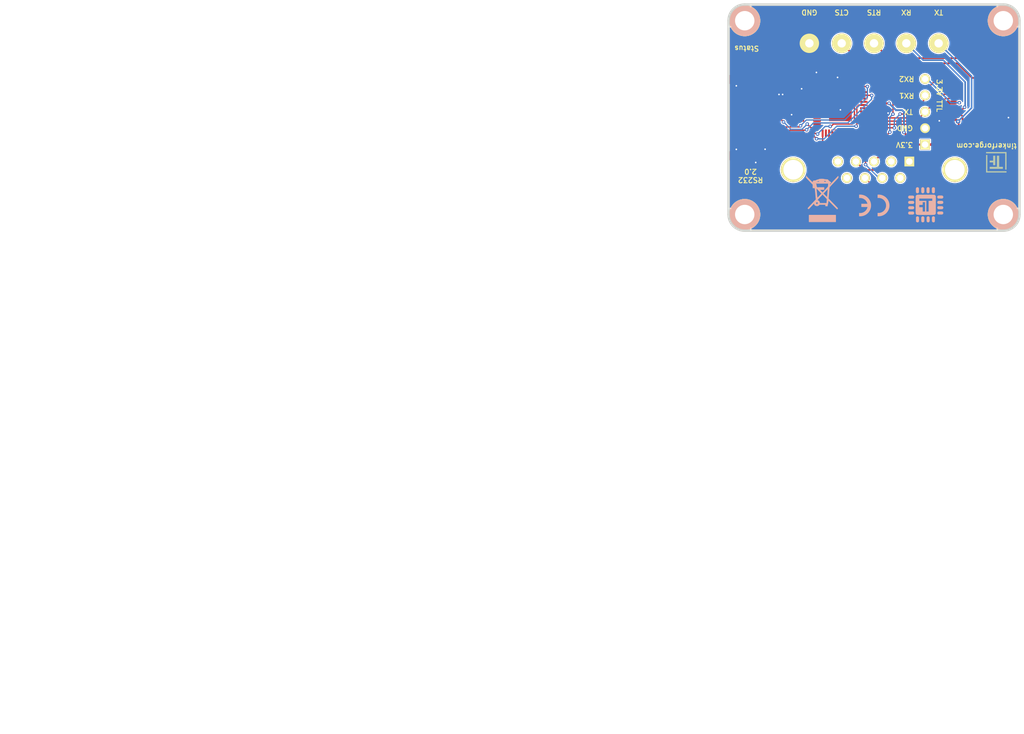
<source format=kicad_pcb>
(kicad_pcb (version 20221018) (generator pcbnew)
  (title_block (title "RS232 Bricklet 2.0") (date "2018-01-16") (rev "1.0") (company "Tinkerforge GmbH") (comment 1 "Licensed under CERN OHL v.1.1") (comment 2 "Copyright (©) 2018, L.Lauer <lukas@tinkerforge.com>"))
  (layers (0 "F.Cu" signal "Vorderseite") (31 "B.Cu" signal "Rückseite") (34 "B.Paste" user) (35 "F.Paste" user) (36 "B.SilkS" user "B.Silkscreen") (37 "F.SilkS" user "F.Silkscreen") (38 "B.Mask" user) (39 "F.Mask" user) (44 "Edge.Cuts" user))
  (net 0 "")
  (net 1 "GND")
  (net 2 "VCC")
  (net 3 "Net-(C1-Pad2)")
  (net 4 "Net-(C2-Pad2)")
  (net 5 "Net-(C7-Pad1)")
  (net 6 "Net-(C7-Pad2)")
  (net 7 "Net-(C8-Pad1)")
  (net 8 "Net-(C8-Pad2)")
  (net 9 "Net-(C10-Pad2)")
  (net 10 "Net-(C11-Pad2)")
  (net 11 "Net-(J1-Pad3)")
  (net 12 "Net-(J1-Pad4)")
  (net 13 "Net-(J1-Pad7)")
  (net 14 "Net-(J1-Pad8)")
  (net 15 "Net-(P1-Pad6)")
  (net 16 "Net-(P3-Pad5)")
  (net 17 "Net-(C5-Pad2)")
  (net 18 "Net-(D1-Pad2)")
  (net 19 "Net-(P1-Pad4)")
  (net 20 "Net-(P1-Pad5)")
  (net 21 "TX")
  (net 22 "RX")
  (net 23 "Net-(P4-Pad2)")
  (net 24 "Net-(R2-Pad1)")
  (net 25 "S-MISO")
  (net 26 "S-MOSI")
  (net 27 "S-CLK")
  (net 28 "S-CS")
  (net 29 "nCTS")
  (net 30 "nRTS")
  (net 31 "Net-(P5-Pad1)")
  (net 32 "Net-(J1-Pad2)")
  (net 33 "Net-(J1-Pad5)")
  (net 34 "Net-(J1-Pad6)")
  (net 35 "Net-(J1-Pad9)")
  (net 36 "Net-(P1-Pad1)")
  (net 37 "Net-(U1-Pad2)")
  (net 38 "Net-(U1-Pad4)")
  (net 39 "Net-(U1-Pad5)")
  (net 40 "Net-(U1-Pad6)")
  (net 41 "Net-(U1-Pad7)")
  (net 42 "Net-(U1-Pad8)")
  (net 43 "Net-(U1-Pad9)")
  (net 44 "Net-(U1-Pad10)")
  (net 45 "Net-(U1-Pad11)")
  (net 46 "Net-(U1-Pad12)")
  (net 47 "Net-(U1-Pad21)")
  (net 48 "Net-(U1-Pad22)")
  (net 49 "Net-(U1-Pad26)")
  (net 50 "Net-(U1-Pad28)")
  (net 51 "Net-(U1-Pad29)")
  (net 52 "Net-(U1-Pad30)")
  (net 53 "Net-(U1-Pad31)")
  (net 54 "Net-(U1-Pad32)")
  (net 55 "Net-(U1-Pad33)")
  (net 56 "Net-(U1-Pad34)")
  (net 57 "Net-(U1-Pad35)")
  (net 58 "Net-(U1-Pad36)")
  (net 59 "Net-(U1-Pad39)")
  (net 60 "Net-(U1-Pad40)")
  (net 61 "Net-(U1-Pad43)")
  (net 62 "Net-(U1-Pad44)")
  (net 63 "Net-(U1-Pad45)")
  (net 64 "Net-(U1-Pad46)")
  (net 65 "Net-(U1-Pad47)")
  (footprint "kicad-libraries:Logo_31x31" (layer "F.Cu") (at 168.3 109.1 180)
    (fp_text reference "G***" hide)
    (fp_text value "Logo_31x31" hide)
  )
  (footprint "kicad-libraries:Fiducial_Mark" (layer "F.Cu") (at 132.8 85.6)
    (fp_text reference "Fiducial_Mark" hide)
    (fp_text value "VAL**" hide)
  )
  (footprint "kicad-libraries:Fiducial_Mark" (layer "F.Cu") (at 167.8 110.6)
    (fp_text reference "Fiducial_Mark" hide)
    (fp_text value "VAL**" hide)
  )
  (footprint "kicad-libraries:Fiducial_Mark" (layer "F.Cu") (at 162.8 85.6)
    (fp_text reference "Fiducial_Mark" hide)
    (fp_text value "VAL**" hide)
  )
  (footprint "kicad-libraries:C0603F" (layer "F.Cu") (at 167.3 102.2 90)
    (fp_text reference "C7")
    (fp_text value "100nF")
  )
  (footprint "kicad-libraries:C0603F" (layer "F.Cu") (at 167.3 98.9 90)
    (fp_text reference "C8")
    (fp_text value "100nF")
  )
  (footprint "kicad-libraries:C0603F" (layer "F.Cu") (at 157.9 102.7 -90)
    (fp_text reference "C9")
    (fp_text value "100nF")
  )
  (footprint "kicad-libraries:C0603F" (layer "F.Cu") (at 168.6 102.2 -90)
    (fp_text reference "C10")
    (fp_text value "100nF")
  )
  (footprint "kicad-libraries:C0603F" (layer "F.Cu") (at 168.6 98.9 90)
    (fp_text reference "C11")
    (fp_text value "100nF")
  )
  (footprint "kicad-libraries:C0603F" (layer "F.Cu") (at 143.64 94.38)
    (fp_text reference "C12")
    (fp_text value "100nF")
  )
  (footprint "kicad-libraries:C0603F" (layer "F.Cu") (at 149.25 99.15 90)
    (fp_text reference "C13")
    (fp_text value "100nF")
  )
  (footprint "kicad-libraries:C0603F" (layer "F.Cu") (at 147.93 99.15 90)
    (fp_text reference "C14")
    (fp_text value "220nF")
  )
  (footprint "kicad-libraries:D0603F" (layer "F.Cu") (at 128.1 91.2 180)
    (fp_text reference "D1")
    (fp_text value "blue")
  )
  (footprint "kicad-libraries:SUB09-EU" (layer "F.Cu") (at 147.8 107.4 180)
    (fp_text reference "J1")
    (fp_text value "DB9")
  )
  (footprint "kicad-libraries:CON-SENSOR2" (layer "F.Cu") (at 125.3 100.6 -90)
    (fp_text reference "P1")
    (fp_text value "CON-SENSOR")
  )
  (footprint "kicad-libraries:AKL_5_5" (layer "F.Cu") (at 147.8 89.1)
    (fp_text reference "P2")
    (fp_text value "CONN_5")
  )
  (footprint "kicad-libraries:pin_array_5x1" (layer "F.Cu") (at 155.7 99.7 90)
    (fp_text reference "P3")
    (fp_text value "CONN_5" hide)
  )
  (footprint "kicad-libraries:SolderJumper" (layer "F.Cu") (at 130.48 107.55)
    (fp_text reference "P4")
    (fp_text value "BOOT")
  )
  (footprint "kicad-libraries:4X0402" (layer "F.Cu") (at 132.8 102.8 -90)
    (fp_text reference "RP1")
    (fp_text value "82")
  )
  (footprint "kicad-libraries:QFN48-EP2" (layer "F.Cu") (at 142.6 99.4)
    (fp_text reference "U1")
    (fp_text value "XMC1403")
  )
  (footprint "kicad-libraries:SOIC16" (layer "F.Cu") (at 162.5 98.9 90)
    (fp_text reference "U3")
    (fp_text value "SP3232EBCN")
  )
  (footprint "kicad-libraries:DRILL_NP" (layer "F.Cu") (at 167.8 115.6 90)
    (fp_text reference "U4" hide)
    (fp_text value "DRILL" hide)
  )
  (footprint "kicad-libraries:DRILL_NP" (layer "F.Cu") (at 167.8 85.6)
    (fp_text reference "U5" hide)
    (fp_text value "DRILL" hide)
  )
  (footprint "kicad-libraries:DRILL_NP" (layer "F.Cu") (at 127.8 115.6 90)
    (fp_text reference "U6" hide)
    (fp_text value "DRILL" hide)
  )
  (footprint "kicad-libraries:DRILL_NP" (layer "F.Cu") (at 127.8 85.6)
    (fp_text reference "U7" hide)
    (fp_text value "DRILL" hide)
  )
  (footprint "kicad-libraries:CRYSTAL_3225" (layer "F.Cu") (at 135.8 98.16 90)
    (fp_text reference "X1")
    (fp_text value "16MHz")
  )
  (footprint "kicad-libraries:C0603F" (layer "F.Cu") (at 135.8 95.49 180)
    (fp_text reference "C2")
    (fp_text value "10pF")
  )
  (footprint "kicad-libraries:C0805" (layer "F.Cu") (at 131.83 95.75 90)
    (fp_text reference "C3")
    (fp_text value "10uF")
  )
  (footprint "kicad-libraries:C0603F" (layer "F.Cu") (at 133.37 95.54 90)
    (fp_text reference "C4")
    (fp_text value "1uF")
  )
  (footprint "kicad-libraries:C0603F" (layer "F.Cu") (at 135.8 100.78)
    (fp_text reference "C5")
    (fp_text value "10pF")
  )
  (footprint "kicad-libraries:C0603F" (layer "F.Cu") (at 138.86 94.67 -135)
    (fp_text reference "C6")
    (fp_text value "100nF")
  )
  (footprint "kicad-libraries:R0603F" (layer "F.Cu") (at 128.1 92.6 180)
    (fp_text reference "R2")
    (fp_text value "1k")
  )
  (footprint "kicad-libraries:DEBUG_PAD" (layer "F.Cu") (at 141.4 105)
    (fp_text reference "P5")
    (fp_text value "BOOT")
  )
  (footprint "kicad-libraries:C0402F" (layer "F.Cu") (at 131.6 105 90)
    (fp_text reference "C1")
    (fp_text value "220pF")
  )
  (footprint "kicad-libraries:WEEE_7mm" (layer "B.Cu") (at 139.8 113.2 180)
    (fp_text reference "VAL" hide)
    (fp_text value "WEEE_7mm" hide)
  )
  (footprint "kicad-libraries:CE_5mm" (layer "B.Cu") (at 147.8 114.2 180)
    (fp_text reference "VAL" hide)
    (fp_text value "CE_5mm" hide)
  )
  (footprint "kicad-libraries:Logo_CoMCU" (layer "B.Cu") (at 155.8 114.1 180)
    (fp_text reference "G***" hide)
    (fp_text value "LOGO" hide)
  )
  (gr_line (start 167.8 118.1) (end 127.8 118.1) (stroke (width 0.381)) (layer "Edge.Cuts"))
  (gr_arc (start 170.3 115.6) (mid 169.567767 117.367767) (end 167.8 118.1) (stroke (width 0.381)) (layer "Edge.Cuts"))
  (gr_arc (start 125.3 85.6) (mid 126.032233 83.832233) (end 127.8 83.1) (stroke (width 0.381)) (layer "Edge.Cuts"))
  (gr_line (start 125.3 115.6) (end 125.3 85.6) (stroke (width 0.381)) (layer "Edge.Cuts"))
  (gr_arc (start 127.8 118.1) (mid 126.032233 117.367767) (end 125.3 115.6) (stroke (width 0.381)) (layer "Edge.Cuts"))
  (gr_line (start 127.8 83.1) (end 167.8 83.1) (stroke (width 0.381)) (layer "Edge.Cuts"))
  (gr_arc (start 167.8 83.1) (mid 169.567767 83.832233) (end 170.3 85.6) (stroke (width 0.381)) (layer "Edge.Cuts"))
  (gr_line (start 170.3 85.6) (end 170.3 115.6) (stroke (width 0.381)) (layer "Edge.Cuts"))
  (gr_text "3.3V" (at 153.9 104.8 180) (layer "F.SilkS") (effects (font (size 0.8 0.8)) (justify left)))
  (gr_text "RX2" (at 154.1 94.6 180) (layer "F.SilkS") (effects (font (size 0.8 0.8)) (justify left)))
  (gr_text "RS232\n2.0" (at 128.7 109.6 180) (layer "F.SilkS") (effects (font (size 0.8001 0.8001) (thickness 0.14986))))
  (gr_text "TX" (at 153.9 99.7 180) (layer "F.SilkS") (effects (font (size 0.8 0.8)) (justify left)))
  (gr_text "GND" (at 137.8 84.3 180) (layer "F.SilkS") (effects (font (size 0.8 0.8))))
  (gr_text "RX1" (at 154.1 97.2 180) (layer "F.SilkS") (effects (font (size 0.8 0.8)) (justify left)))
  (gr_text "GND" (at 153.9 102.2 180) (layer "F.SilkS") (effects (font (size 0.8 0.8)) (justify left)))
  (gr_text "3.3V TTL" (at 157.9 97.2 270) (layer "F.SilkS") (effects (font (size 0.8 0.8))))
  (gr_text "CTS" (at 142.8 84.3 180) (layer "F.SilkS") (effects (font (size 0.8 0.8))))
  (gr_text "tinkerforge.com" (at 165.2 105 180) (layer "F.SilkS") (effects (font (size 0.8001 0.8001) (thickness 0.14986))))
  (gr_text "TX" (at 157.8 84.3 180) (layer "F.SilkS") (effects (font (size 0.8 0.8))))
  (gr_text "Status" (at 128.1 89.9 180) (layer "F.SilkS") (effects (font (size 0.8 0.8))))
  (gr_text "RTS" (at 147.8 84.3 180) (layer "F.SilkS") (effects (font (size 0.8 0.8))))
  (gr_text "RX" (at 152.8 84.3 180) (layer "F.SilkS") (effects (font (size 0.8 0.8))))
  (segment (start 158.72754 102.07246) (end 158.55498 101.8999) (width 0.5) (layer "F.Cu") (net 1))
  (segment (start 158.55498 101.8999) (end 157.9 101.8999) (width 0.5) (layer "F.Cu") (net 1))
  (segment (start 138.99066 95.79934) (end 139.29 95.5) (width 0.2) (layer "F.Cu") (net 1))
  (segment (start 139.29 95.5) (end 139.29 95.11) (width 0.2) (layer "F.Cu") (net 1))
  (segment (start 139.29 95.11) (end 139.1 94.92) (width 0.2) (layer "F.Cu") (net 1))
  (segment (start 139.1 94.92) (end 139.1 94.43) (width 0.2) (layer "F.Cu") (net 1))
  (segment (start 139.1 94.43) (end 139.39033 94.13967) (width 0.2) (layer "F.Cu") (net 1))
  (segment (start 136.6001 95.5401) (end 136.55 95.49) (width 0.2) (layer "F.Cu") (net 1))
  (segment (start 134.9999 100.7299) (end 135.05 100.78) (width 0.2) (layer "F.Cu") (net 1))
  (segment (start 135.05 99.30992) (end 134.9999 99.25982) (width 0.55) (layer "F.Cu") (net 1))
  (segment (start 136.6001 95.5401) (end 136.55 95.49) (width 0.55) (layer "F.Cu") (net 1))
  (segment (start 136.6001 96.14) (end 136.6001 95.5401) (width 0.55) (layer "F.Cu") (net 1))
  (segment (start 139.39033 94.11033) (end 138.89 93.61) (width 0.55) (layer "F.Cu") (net 1))
  (segment (start 131.21 98.1) (end 131.83 97.48) (width 0.55) (layer "F.Cu") (net 1))
  (segment (start 131.83 97.48) (end 131.83 96.75076) (width 0.55) (layer "F.Cu") (net 1))
  (segment (start 132.35924 96.75076) (end 132.82 96.29) (width 0.55) (layer "F.Cu") (net 1))
  (segment (start 132.82 96.29) (end 133.37 96.29) (width 0.55) (layer "F.Cu") (net 1))
  (segment (start 133.37 96.75) (end 133.1 97.02) (width 0.55) (layer "F.Cu") (net 1))
  (segment (start 133.37 96.73) (end 133.66 97.02) (width 0.55) (layer "F.Cu") (net 1))
  (segment (start 147.6807 100.1493) (end 147.93 99.9) (width 0.2) (layer "F.Cu") (net 1))
  (segment (start 147.0607 100.1493) (end 147.31 99.9) (width 0.3) (layer "F.Cu") (net 1))
  (segment (start 147.31 99.9) (end 147.93 99.9) (width 0.3) (layer "F.Cu") (net 1))
  (segment (start 130.15 108.1) (end 130 107.95) (width 0.2) (layer "F.Cu") (net 1))
  (segment (start 130 107.95) (end 130 107.54) (width 0.2) (layer "F.Cu") (net 1))
  (segment (start 130 107.54) (end 129.98 107.55) (width 0.2) (layer "F.Cu") (net 1))
  (segment (start 129.98 107.08) (end 130.05 107.01) (width 0.2) (layer "F.Cu") (net 1))
  (segment (start 130.05 107.01) (end 130.36 107.01) (width 0.2) (layer "F.Cu") (net 1))
  (segment (start 130.36 107.01) (end 130.255 107) (width 0.2) (layer "F.Cu") (net 1))
  (segment (start 130.255 108.1) (end 130.15 108.1) (width 0.2) (layer "F.Cu") (net 1))
  (segment (start 129.98 107.55) (end 129.98 107.08) (width 0.2) (layer "F.Cu") (net 1))
  (segment (start 135.05 100.78) (end 135.05 99.30992) (width 0.55) (layer "F.Cu") (net 1))
  (segment (start 168.6 99.7001) (end 168.6 100.6) (width 0.59944) (layer "F.Cu") (net 1))
  (segment (start 133.37 96.29) (end 133.37 96.75) (width 0.55) (layer "F.Cu") (net 1))
  (segment (start 126.5 106.5) (end 126.5 105.52) (width 0.55) (layer "F.Cu") (net 1))
  (segment (start 146.21188 100.1493) (end 147.0607 100.1493) (width 0.3) (layer "F.Cu") (net 1))
  (segment (start 131.6 105.5) (end 130.95 105.5) (width 0.55) (layer "F.Cu") (net 1))
  (segment (start 159.80252 102.07246) (end 158.72754 102.07246) (width 0.5) (layer "F.Cu") (net 1))
  (segment (start 136.6001 97.06018) (end 136.6001 96.14) (width 0.55) (layer "F.Cu") (net 1))
  (segment (start 133.37 96.29) (end 133.37 96.73) (width 0.55) (layer "F.Cu") (net 1))
  (segment (start 131.83 96.75076) (end 132.35924 96.75076) (width 0.55) (layer "F.Cu") (net 1))
  (segment (start 135.05 100.78) (end 135.05 100.15) (width 0.55) (layer "F.Cu") (net 1))
  (segment (start 129.98 107.55) (end 129.5 107.55) (width 0.2) (layer "F.Cu") (net 1))
  (segment (start 168.6 101.45) (end 168.6 100.6) (width 0.2) (layer "F.Cu") (net 1))
  (segment (start 147.93 99.9) (end 149.25 99.9) (width 0.55) (layer "F.Cu") (net 1))
  (segment (start 129.9 98.1) (end 131.21 98.1) (width 0.55) (layer "F.Cu") (net 1))
  (segment (start 149.25 99.9) (end 149.98 99.9) (width 0.55) (layer "F.Cu") (net 1))
  (segment (start 138.99066 96.65172) (end 138.99066 95.79934) (width 0.2) (layer "F.Cu") (net 1))
  (segment (start 139.39033 94.13967) (end 139.39033 94.11033) (width 0.55) (layer "F.Cu") (net 1))
  (segment (start 126.5 94.7) (end 126.5 95.68) (width 0.55) (layer "F.Cu") (net 1))
  (segment (start 157.9 101.8999) (end 157.9 101.1) (width 0.5) (layer "F.Cu") (net 1))
  (segment (start 168.6 100.6) (end 168.6 101.3999) (width 0.59944) (layer "F.Cu") (net 1))
  (segment (start 142.89 94.38) (end 142.16 94.38) (width 0.55) (layer "F.Cu") (net 1))
  (via (at 149.98 99.9) (size 0.55) (drill 0.25) (layers "F.Cu" "B.Cu") (net 1))
  (via (at 157.9 101.1) (size 0.55) (drill 0.25) (layers "F.Cu" "B.Cu") (net 1))
  (via (at 168.6 100.6) (size 0.55) (drill 0.25) (layers "F.Cu" "B.Cu") (net 1))
  (via (at 129.5 107.55) (size 0.55) (drill 0.25) (layers "F.Cu" "B.Cu") (net 1))
  (via (at 135.05 100.15) (size 0.55) (drill 0.25) (layers "F.Cu" "B.Cu") (net 1))
  (via (at 142.6 99.4) (size 0.70104) (drill 0.24892) (layers "F.Cu" "B.Cu") (net 1))
  (via (at 136.6001 96.14) (size 0.55) (drill 0.25) (layers "F.Cu" "B.Cu") (net 1))
  (via (at 130.95 105.5) (size 0.55) (drill 0.25) (layers "F.Cu" "B.Cu") (net 1))
  (via (at 133.1 97.02) (size 0.55) (drill 0.25) (layers "F.Cu" "B.Cu") (net 1))
  (via (at 138.89 93.61) (size 0.55) (drill 0.25) (layers "F.Cu" "B.Cu") (net 1))
  (via (at 142.16 94.38) (size 0.55) (drill 0.25) (layers "F.Cu" "B.Cu") (net 1))
  (via (at 126.5 95.68) (size 0.55) (drill 0.25) (layers "F.Cu" "B.Cu") (net 1))
  (via (at 133.66 97.02) (size 0.55) (drill 0.25) (layers "F.Cu" "B.Cu") (net 1))
  (via (at 126.5 105.52) (size 0.55) (drill 0.25) (layers "F.Cu" "B.Cu") (net 1))
  (segment (start 156.84 101.1) (end 155.7 102.24) (width 0.25) (layer "B.Cu") (net 1))
  (segment (start 154.04 103.9) (end 155.7 102.24) (width 0.25) (layer "B.Cu") (net 1))
  (segment (start 153.261 104.679) (end 154.04 103.9) (width 0.25) (layer "B.Cu") (net 1))
  (segment (start 136.6001 96.14) (end 136.6 96.14) (width 0.55) (layer "B.Cu") (net 1))
  (segment (start 157.9 101.1) (end 156.84 101.1) (width 0.25) (layer "B.Cu") (net 1))
  (segment (start 137.8 89.1) (end 137.8 88.4) (width 0.25) (layer "B.Cu") (net 1))
  (segment (start 153.261 107.4) (end 153.261 104.679) (width 0.25) (layer "B.Cu") (net 1))
  (segment (start 159.15754 103.34246) (end 158.9999 103.5001) (width 0.5) (layer "F.Cu") (net 2))
  (segment (start 158.9999 103.5001) (end 157.9 103.5001) (width 0.5) (layer "F.Cu") (net 2))
  (segment (start 156.6201 104.78) (end 157.9 103.5001) (width 0.35052) (layer "F.Cu") (net 2))
  (segment (start 138.2621 97.1521) (end 138.1 96.99) (width 0.2) (layer "F.Cu") (net 2))
  (segment (start 138.1 96.99) (end 138.1 95.43) (width 0.2) (layer "F.Cu") (net 2))
  (segment (start 138.1 95.43) (end 138.32967 95.20033) (width 0.2) (layer "F.Cu") (net 2))
  (segment (start 133.32924 94.74924) (end 133.37 94.79) (width 0.55) (layer "F.Cu") (net 2))
  (segment (start 128.82 99.35) (end 128.52 99.05) (width 0.55) (layer "F.Cu") (net 2))
  (segment (start 128.52 99.05) (end 128.52 96.29) (width 0.55) (layer "F.Cu") (net 2))
  (segment (start 128.52 96.29) (end 130.06076 94.74924) (width 0.55) (layer "F.Cu") (net 2))
  (segment (start 130.06076 94.74924) (end 131.83 94.74924) (width 0.55) (layer "F.Cu") (net 2))
  (segment (start 133.32924 94.74924) (end 133.37 94.79) (width 0.55) (layer "F.Cu") (net 2))
  (segment (start 144.34752 94.42248) (end 144.39 94.38) (width 0.3) (layer "F.Cu") (net 2))
  (segment (start 137.83 93.77) (end 138.64 92.96) (width 0.3) (layer "F.Cu") (net 2))
  (segment (start 138.64 92.96) (end 143.92 92.96) (width 0.3) (layer "F.Cu") (net 2))
  (segment (start 143.92 92.96) (end 144.39 93.43) (width 0.3) (layer "F.Cu") (net 2))
  (segment (start 144.39 93.43) (end 144.39 94.38) (width 0.3) (layer "F.Cu") (net 2))
  (segment (start 133.99 94.79) (end 135.01 93.77) (width 0.3) (layer "F.Cu") (net 2))
  (segment (start 135.01 93.77) (end 136.95 93.77) (width 0.3) (layer "F.Cu") (net 2))
  (segment (start 138.32967 95.14967) (end 136.95 93.77) (width 0.3) (layer "F.Cu") (net 2))
  (segment (start 136.95 93.77) (end 137.83 93.77) (width 0.3) (layer "F.Cu") (net 2))
  (segment (start 146.91108 99.64892) (end 147.44 99.12) (width 0.2) (layer "F.Cu") (net 2))
  (segment (start 147.44 99.12) (end 148.96 99.12) (width 0.2) (layer "F.Cu") (net 2))
  (segment (start 146.81892 99.15108) (end 147.57 98.4) (width 0.2) (layer "F.Cu") (net 2))
  (segment (start 147.57 98.4) (end 147.93 98.4) (width 0.2) (layer "F.Cu") (net 2))
  (segment (start 148.96 99.12) (end 149.02 99.12) (width 0.2) (layer "F.Cu") (net 2))
  (segment (start 149.01 99.12) (end 149.25 98.88) (width 0.2) (layer "F.Cu") (net 2))
  (segment (start 149.25 98.88) (end 149.25 98.4) (width 0.2) (layer "F.Cu") (net 2))
  (segment (start 146.75 94.38) (end 149.25 96.88) (width 0.3) (layer "F.Cu") (net 2))
  (segment (start 149.25 96.88) (end 149.25 98.4) (width 0.3) (layer "F.Cu") (net 2))
  (segment (start 150.12 98.4) (end 150.13 98.39) (width 0.2) (layer "F.Cu") (net 2))
  (segment (start 152.43 102.9) (end 154.31 104.78) (width 0.29972) (layer "F.Cu") (net 2))
  (segment (start 154.31 104.78) (end 155.7 104.78) (width 0.29972) (layer "F.Cu") (net 2))
  (segment (start 133.37 92.71) (end 131.86 91.2) (width 0.2) (layer "F.Cu") (net 2))
  (segment (start 131.86 91.2) (end 128.85 91.2) (width 0.2) (layer "F.Cu") (net 2))
  (segment (start 148.96 99.12) (end 149.01 99.12) (width 0.2) (layer "F.Cu") (net 2))
  (segment (start 146.21188 99.15108) (end 146.81892 99.15108) (width 0.2) (layer "F.Cu") (net 2))
  (segment (start 138.32967 95.20033) (end 138.32967 95.13967) (width 0.3) (layer "F.Cu") (net 2))
  (segment (start 133.37 94.79) (end 133.99 94.79) (width 0.3) (layer "F.Cu") (net 2))
  (segment (start 146.21188 99.64892) (end 146.91108 99.64892) (width 0.2) (layer "F.Cu") (net 2))
  (segment (start 138.98812 97.1521) (end 138.2621 97.1521) (width 0.2) (layer "F.Cu") (net 2))
  (segment (start 133.37 94.79) (end 133.37 92.71) (width 0.2) (layer "F.Cu") (net 2))
  (segment (start 159.80252 103.34246) (end 159.15754 103.34246) (width 0.5) (layer "F.Cu") (net 2))
  (segment (start 149.25 98.4) (end 147.93 98.4) (width 0.3) (layer "F.Cu") (net 2))
  (segment (start 149.25 98.4) (end 150.12 98.4) (width 0.29972) (layer "F.Cu") (net 2))
  (segment (start 129.9 99.35) (end 128.82 99.35) (width 0.55) (layer "F.Cu") (net 2))
  (segment (start 131.83 94.74924) (end 133.32924 94.74924) (width 0.55) (layer "F.Cu") (net 2))
  (segment (start 144.39 94.38) (end 146.75 94.38) (width 0.3) (layer "F.Cu") (net 2))
  (segment (start 138.32967 95.20033) (end 138.32967 95.14967) (width 0.3) (layer "F.Cu") (net 2))
  (segment (start 144.34752 95.78812) (end 144.34752 94.42248) (width 0.3) (layer "F.Cu") (net 2))
  (segment (start 155.7 104.78) (end 156.6201 104.78) (width 0.35052) (layer "F.Cu") (net 2))
  (via (at 150.13 98.39) (size 0.55) (drill 0.25) (layers "F.Cu" "B.Cu") (net 2))
  (via (at 152.43 102.9) (size 0.55) (drill 0.25) (layers "F.Cu" "B.Cu") (net 2))
  (segment (start 150.13 98.39) (end 151.19 99.45) (width 0.29972) (layer "B.Cu") (net 2))
  (segment (start 151.19 99.45) (end 152.15 99.45) (width 0.29972) (layer "B.Cu") (net 2))
  (segment (start 152.15 99.45) (end 152.175 99.475) (width 0.2) (layer "B.Cu") (net 2))
  (segment (start 152.43 99.73) (end 152.43 102.9) (width 0.29972) (layer "B.Cu") (net 2))
  (segment (start 152.175 99.475) (end 152.43 99.73) (width 0.29972) (layer "B.Cu") (net 2))
  (segment (start 131.6 104.35) (end 132.225 103.725) (width 0.2) (layer "F.Cu") (net 3))
  (segment (start 132.225 103.725) (end 132.225 103.5493) (width 0.2) (layer "F.Cu") (net 3))
  (segment (start 129.9 104.35) (end 131.6 104.35) (width 0.2) (layer "F.Cu") (net 3))
  (segment (start 138.0307 98.6507) (end 137.5 98.12) (width 0.2) (layer "F.Cu") (net 4))
  (segment (start 137.5 98.12) (end 135.42 98.12) (width 0.2) (layer "F.Cu") (net 4))
  (segment (start 135.42 98.12) (end 134.9999 97.6999) (width 0.2) (layer "F.Cu") (net 4))
  (segment (start 134.9999 97.6999) (end 134.9999 97.06018) (width 0.2) (layer "F.Cu") (net 4))
  (segment (start 134.9999 95.5401) (end 135.05 95.49) (width 0.2) (layer "F.Cu") (net 4))
  (segment (start 134.9999 95.5401) (end 135.05 95.49) (width 0.55) (layer "F.Cu") (net 4))
  (segment (start 138.98812 98.6507) (end 138.0307 98.6507) (width 0.2) (layer "F.Cu") (net 4))
  (segment (start 134.9999 97.06018) (end 134.9999 95.5401) (width 0.55) (layer "F.Cu") (net 4))
  (segment (start 166.95764 103.34246) (end 167.3 103.0001) (width 0.3) (layer "F.Cu") (net 5))
  (segment (start 165.19748 103.34246) (end 166.95764 103.34246) (width 0.3) (layer "F.Cu") (net 5))
  (segment (start 166.30246 100.80246) (end 166.8999 101.3999) (width 0.3) (layer "F.Cu") (net 6))
  (segment (start 166.8999 101.3999) (end 167.3 101.3999) (width 0.3) (layer "F.Cu") (net 6))
  (segment (start 165.19748 100.80246) (end 166.30246 100.80246) (width 0.3) (layer "F.Cu") (net 6))
  (segment (start 166.33246 99.53246) (end 166.5001 99.7001) (width 0.3) (layer "F.Cu") (net 7))
  (segment (start 166.5001 99.7001) (end 167.3 99.7001) (width 0.3) (layer "F.Cu") (net 7))
  (segment (start 165.19748 99.53246) (end 166.33246 99.53246) (width 0.3) (layer "F.Cu") (net 7))
  (segment (start 166.9001 98.0999) (end 166.73246 98.26754) (width 0.3) (layer "F.Cu") (net 8))
  (segment (start 166.73246 98.26754) (end 165.19748 98.26754) (width 0.3) (layer "F.Cu") (net 8))
  (segment (start 167.3 98.0999) (end 166.9001 98.0999) (width 0.3) (layer "F.Cu") (net 8))
  (segment (start 165.97246 102.07246) (end 166.1 102.2) (width 0.3) (layer "F.Cu") (net 9))
  (segment (start 166.1 102.2) (end 168.1 102.2) (width 0.3) (layer "F.Cu") (net 9))
  (segment (start 168.1 102.2) (end 168.6 102.7) (width 0.3) (layer "F.Cu") (net 9))
  (segment (start 168.6 102.7) (end 168.6 103.0001) (width 0.29972) (layer "F.Cu") (net 9))
  (segment (start 165.19748 102.07246) (end 165.97246 102.07246) (width 0.3) (layer "F.Cu") (net 9))
  (segment (start 167.89754 96.99754) (end 168.6 97.7) (width 0.3) (layer "F.Cu") (net 10))
  (segment (start 168.6 97.7) (end 168.6 98.0999) (width 0.3) (layer "F.Cu") (net 10))
  (segment (start 165.19748 96.99754) (end 167.89754 96.99754) (width 0.3) (layer "F.Cu") (net 10))
  (segment (start 160.40246 100.80246) (end 160.9 101.3) (width 0.25) (layer "F.Cu") (net 11))
  (segment (start 160.9 101.3) (end 160.9 103.7) (width 0.25) (layer "F.Cu") (net 11))
  (segment (start 160.9 103.7) (end 159.9 104.7) (width 0.25) (layer "F.Cu") (net 11))
  (segment (start 159.9 104.7) (end 158.2 104.7) (width 0.25) (layer "F.Cu") (net 11))
  (segment (start 149.1 106.1) (end 147.8 107.4) (width 0.25) (layer "F.Cu") (net 11))
  (segment (start 156.8 106.1) (end 158.2 104.7) (width 0.25) (layer "F.Cu") (net 11))
  (segment (start 160.40246 100.80246) (end 160.8 101.2) (width 0.25) (layer "F.Cu") (net 11))
  (segment (start 149.1 106.1) (end 156.8 106.1) (width 0.25) (layer "F.Cu") (net 11))
  (segment (start 159.80252 100.80246) (end 160.40246 100.80246) (width 0.25) (layer "F.Cu") (net 11))
  (via (at 160.8 101.2) (size 0.70104) (drill 0.24892) (layers "F.Cu" "B.Cu") (net 11))
  (segment (start 160.8 101.2) (end 162.9 99.1) (width 0.25) (layer "B.Cu") (net 11))
  (segment (start 162.9 99.1) (end 162.9 94.2) (width 0.25) (layer "B.Cu") (net 11))
  (segment (start 162.9 94.2) (end 157.8 89.1) (width 0.25) (layer "B.Cu") (net 11))
  (segment (start 160.63246 99.53246) (end 161.5 100.4) (width 0.25) (layer "F.Cu") (net 12))
  (segment (start 161.5 100.4) (end 161.5 103.9) (width 0.25) (layer "F.Cu") (net 12))
  (segment (start 161.5 103.9) (end 160.2 105.2) (width 0.25) (layer "F.Cu") (net 12))
  (segment (start 160.2 105.2) (end 158.5 105.2) (width 0.25) (layer "F.Cu") (net 12))
  (segment (start 158.5 105.2) (end 155 108.7) (width 0.25) (layer "F.Cu") (net 12))
  (segment (start 155 108.7) (end 146.306 108.7) (width 0.25) (layer "F.Cu") (net 12))
  (segment (start 146.306 108.7) (end 145.006 107.4) (width 0.25) (layer "F.Cu") (net 12))
  (segment (start 161.26754 99.53246) (end 161.8 99) (width 0.25) (layer "F.Cu") (net 12))
  (segment (start 159.80252 99.53246) (end 160.63246 99.53246) (width 0.25) (layer "F.Cu") (net 12))
  (segment (start 159.80252 99.53246) (end 161.26754 99.53246) (width 0.25) (layer "F.Cu") (net 12))
  (via (at 161.8 99) (size 0.55) (drill 0.25) (layers "F.Cu" "B.Cu") (net 12))
  (segment (start 161.8 99) (end 161.9 98.9) (width 0.25) (layer "B.Cu") (net 12))
  (segment (start 161.9 98.9) (end 161.9 95.1) (width 0.25) (layer "B.Cu") (net 12))
  (segment (start 161.9 95.1) (end 158.5 91.7) (width 0.25) (layer "B.Cu") (net 12))
  (segment (start 158.5 91.7) (end 155.4 91.7) (width 0.25) (layer "B.Cu") (net 12))
  (segment (start 155.4 91.7) (end 152.8 89.1) (width 0.25) (layer "B.Cu") (net 12))
  (segment (start 162.95754 94.45754) (end 160.7 92.2) (width 0.25) (layer "F.Cu") (net 13))
  (segment (start 160.7 92.2) (end 148.34 92.2) (width 0.25) (layer "F.Cu") (net 13))
  (segment (start 145.9 92.2) (end 142.8 89.1) (width 0.25) (layer "F.Cu") (net 13))
  (segment (start 148.34 92.2) (end 145.9 92.2) (width 0.25) (layer "F.Cu") (net 13))
  (segment (start 148.34 95.08) (end 150.73 97.47) (width 0.2) (layer "F.Cu") (net 13))
  (segment (start 150.73 97.47) (end 150.73 100.06) (width 0.2) (layer "F.Cu") (net 13))
  (segment (start 150.25 102.85) (end 146.49 106.61) (width 0.2) (layer "F.Cu") (net 13))
  (segment (start 146.49 106.61) (end 146.49 107.88) (width 0.2) (layer "F.Cu") (net 13))
  (segment (start 148.34 94.64) (end 148.34 95.08) (width 0.249) (layer "F.Cu") (net 13))
  (segment (start 165.19748 94.45754) (end 162.95754 94.45754) (width 0.25) (layer "F.Cu") (net 13))
  (segment (start 145.9 92.2) (end 148.34 94.64) (width 0.249) (layer "F.Cu") (net 13))
  (via (at 150.73 100.06) (size 0.55) (drill 0.25) (layers "F.Cu" "B.Cu") (net 13))
  (via (at 146.49 107.88) (size 0.55) (drill 0.25) (layers "F.Cu" "B.Cu") (net 13))
  (via (at 150.25 102.85) (size 0.55) (drill 0.25) (layers "F.Cu" "B.Cu") (net 13))
  (segment (start 150.73 100.06) (end 150.25 100.54) (width 0.2) (layer "B.Cu") (net 13))
  (segment (start 150.25 100.54) (end 150.25 102.85) (width 0.2) (layer "B.Cu") (net 13))
  (segment (start 146.49 107.88) (end 148.55 109.94) (width 0.2) (layer "B.Cu") (net 13))
  (segment (start 148.55 109.94) (end 149.07 109.94) (width 0.2) (layer "B.Cu") (net 13))
  (segment (start 149.07 109.94) (end 149.07 110.33) (width 0.25) (layer "B.Cu") (net 13))
  (segment (start 166.47246 95.72754) (end 166.7 95.5) (width 0.25) (layer "F.Cu") (net 14))
  (segment (start 166.7 95.5) (end 166.7 93.9) (width 0.25) (layer "F.Cu") (net 14))
  (segment (start 166.7 93.9) (end 164.2 91.4) (width 0.25) (layer "F.Cu") (net 14))
  (segment (start 164.2 91.4) (end 150.1 91.4) (width 0.25) (layer "F.Cu") (net 14))
  (segment (start 150.1 91.4) (end 147.8 89.1) (width 0.25) (layer "F.Cu") (net 14))
  (segment (start 164.11246 95.72754) (end 163.42 96.42) (width 0.2) (layer "F.Cu") (net 14))
  (segment (start 163.42 96.42) (end 163.42 102.71) (width 0.2) (layer "F.Cu") (net 14))
  (segment (start 163.42 102.71) (end 160.27 105.86) (width 0.2) (layer "F.Cu") (net 14))
  (segment (start 160.27 105.86) (end 158.65 105.86) (width 0.2) (layer "F.Cu") (net 14))
  (segment (start 158.65 105.86) (end 153.49 111.02) (width 0.2) (layer "F.Cu") (net 14))
  (segment (start 153.49 111.02) (end 147.483 111.02) (width 0.2) (layer "F.Cu") (net 14))
  (segment (start 147.483 111.02) (end 146.403 109.94) (width 0.2) (layer "F.Cu") (net 14))
  (segment (start 165.19748 95.72754) (end 164.11246 95.72754) (width 0.2) (layer "F.Cu") (net 14))
  (segment (start 165.19748 95.72754) (end 166.47246 95.72754) (width 0.25) (layer "F.Cu") (net 14))
  (segment (start 132.17392 103.1) (end 132.225 103.04892) (width 0.2) (layer "F.Cu") (net 15))
  (segment (start 129.9 103.1) (end 132.17392 103.1) (width 0.2) (layer "F.Cu") (net 15))
  (segment (start 161 98.3) (end 160.96754 98.26754) (width 0.25) (layer "F.Cu") (net 16))
  (segment (start 160.96754 98.26754) (end 159.80252 98.26754) (width 0.25) (layer "F.Cu") (net 16))
  (via (at 161 98.3) (size 0.55) (drill 0.25) (layers "F.Cu" "B.Cu") (net 16))
  (segment (start 156.02 94.62) (end 159.7 98.3) (width 0.25) (layer "B.Cu") (net 16))
  (segment (start 159.7 98.3) (end 161 98.3) (width 0.25) (layer "B.Cu") (net 16))
  (segment (start 155.7 94.62) (end 156.02 94.62) (width 0.25) (layer "B.Cu") (net 16))
  (segment (start 136.6001 100.7299) (end 136.55 100.78) (width 0.2) (layer "F.Cu") (net 17))
  (segment (start 136.55 99.30992) (end 136.6001 99.25982) (width 0.55) (layer "F.Cu") (net 17))
  (segment (start 136.70884 99.15108) (end 136.6001 99.25982) (width 0.249) (layer "F.Cu") (net 17))
  (segment (start 138.98812 99.15108) (end 136.70884 99.15108) (width 0.2) (layer "F.Cu") (net 17))
  (segment (start 136.55 100.78) (end 136.55 99.30992) (width 0.55) (layer "F.Cu") (net 17))
  (segment (start 127.35 92.6) (end 127.35 91.2) (width 0.55) (layer "F.Cu") (net 18))
  (segment (start 130.57 100.6) (end 131.37 101.4) (width 0.2) (layer "F.Cu") (net 19))
  (segment (start 131.37 101.4) (end 131.37 101.73) (width 0.2) (layer "F.Cu") (net 19))
  (segment (start 131.37 101.73) (end 131.6907 102.0507) (width 0.2) (layer "F.Cu") (net 19))
  (segment (start 131.6907 102.0507) (end 132.225 102.0507) (width 0.2) (layer "F.Cu") (net 19))
  (segment (start 129.9 100.6) (end 130.57 100.6) (width 0.2) (layer "F.Cu") (net 19))
  (segment (start 130.74 101.85) (end 131.44108 102.55108) (width 0.2) (layer "F.Cu") (net 20))
  (segment (start 131.44108 102.55108) (end 132.225 102.55108) (width 0.2) (layer "F.Cu") (net 20))
  (segment (start 129.9 101.85) (end 130.74 101.85) (width 0.2) (layer "F.Cu") (net 20))
  (segment (start 155.7 99.76) (end 154.31248 101.14752) (width 0.2) (layer "F.Cu") (net 21))
  (segment (start 154.31248 101.14752) (end 146.21188 101.14752) (width 0.2) (layer "F.Cu") (net 21))
  (segment (start 155.73 99.7) (end 158.43246 96.99754) (width 0.2) (layer "F.Cu") (net 21))
  (segment (start 158.43246 96.99754) (end 159.80252 96.99754) (width 0.2) (layer "F.Cu") (net 21))
  (segment (start 159.80252 96.99754) (end 159.10246 96.99754) (width 0.25) (layer "F.Cu") (net 21))
  (segment (start 155.7 99.7) (end 155.73 99.7) (width 0.2) (layer "F.Cu") (net 21))
  (segment (start 155.7 99.7) (end 155.7 99.76) (width 0.2) (layer "F.Cu") (net 21))
  (segment (start 155.7 97.73) (end 152.78032 100.64968) (width 0.2) (layer "F.Cu") (net 22))
  (segment (start 152.78032 100.64968) (end 146.21188 100.64968) (width 0.2) (layer "F.Cu") (net 22))
  (segment (start 155.7 97.16) (end 155.7 97.73) (width 0.2) (layer "F.Cu") (net 22))
  (segment (start 139.85172 104.29828) (end 137.79 106.36) (width 0.2) (layer "F.Cu") (net 23))
  (segment (start 137.79 106.36) (end 133.15 106.36) (width 0.2) (layer "F.Cu") (net 23))
  (segment (start 133.15 106.36) (end 131.96 107.55) (width 0.2) (layer "F.Cu") (net 23))
  (segment (start 131.96 107.55) (end 131.03 107.55) (width 0.2) (layer "F.Cu") (net 23))
  (segment (start 130.63 107.55) (end 131.03 107.55) (width 0.2) (layer "F.Cu") (net 23))
  (segment (start 139.85172 103.01188) (end 139.85172 104.29828) (width 0.2) (layer "F.Cu") (net 23))
  (segment (start 138.01828 102.14828) (end 137.47 101.6) (width 0.2) (layer "F.Cu") (net 24))
  (segment (start 133.8 101.27) (end 132.51 99.98) (width 0.2) (layer "F.Cu") (net 24))
  (segment (start 132.51 99.98) (end 128.57 99.98) (width 0.2) (layer "F.Cu") (net 24))
  (segment (start 128.57 99.98) (end 127.67 99.08) (width 0.2) (layer "F.Cu") (net 24))
  (segment (start 127.67 99.08) (end 127.67 96.2) (width 0.2) (layer "F.Cu") (net 24))
  (segment (start 127.67 96.2) (end 128.85 95.02) (width 0.2) (layer "F.Cu") (net 24))
  (segment (start 128.85 95.02) (end 128.85 92.6) (width 0.2) (layer "F.Cu") (net 24))
  (segment (start 138.98812 102.14828) (end 138.01828 102.14828) (width 0.2) (layer "F.Cu") (net 24))
  (via (at 137.47 101.6) (size 0.55) (drill 0.25) (layers "F.Cu" "B.Cu") (net 24))
  (via (at 133.8 101.27) (size 0.55) (drill 0.25) (layers "F.Cu" "B.Cu") (net 24))
  (segment (start 137.47 101.6) (end 136.66 102.41) (width 0.2) (layer "B.Cu") (net 24))
  (segment (start 136.66 102.41) (end 134.94 102.41) (width 0.2) (layer "B.Cu") (net 24))
  (segment (start 134.94 102.41) (end 133.8 101.27) (width 0.2) (layer "B.Cu") (net 24))
  (segment (start 138.5793 103.5493) (end 138.91 103.88) (width 0.2) (layer "F.Cu") (net 25))
  (segment (start 145.03 101.93) (end 145.15 101.81) (width 0.2) (layer "F.Cu") (net 25))
  (segment (start 145.15 101.81) (end 145.15 98.95) (width 0.2) (layer "F.Cu") (net 25))
  (segment (start 145.15 98.95) (end 145.4493 98.6507) (width 0.2) (layer "F.Cu") (net 25))
  (segment (start 145.4493 98.6507) (end 146.21188 98.6507) (width 0.2) (layer "F.Cu") (net 25))
  (segment (start 133.375 103.5493) (end 138.5793 103.5493) (width 0.2) (layer "F.Cu") (net 25))
  (via (at 138.91 103.88) (size 0.55) (drill 0.25) (layers "F.Cu" "B.Cu") (net 25))
  (via (at 145.03 101.93) (size 0.55) (drill 0.25) (layers "F.Cu" "B.Cu") (net 25))
  (segment (start 138.91 103.88) (end 139.3 103.88) (width 0.2) (layer "B.Cu") (net 25))
  (segment (start 139.3 103.88) (end 139.32 103.9) (width 0.2) (layer "B.Cu") (net 25))
  (segment (start 139.32 103.9) (end 140.08 103.9) (width 0.2) (layer "B.Cu") (net 25))
  (segment (start 140.08 103.9) (end 142.05 101.93) (width 0.2) (layer "B.Cu") (net 25))
  (segment (start 142.05 101.93) (end 145.03 101.93) (width 0.2) (layer "B.Cu") (net 25))
  (segment (start 138.95892 103.04892) (end 139.06 103.15) (width 0.2) (layer "F.Cu") (net 26))
  (segment (start 144.43 101.6) (end 144.77 101.26) (width 0.2) (layer "F.Cu") (net 26))
  (segment (start 144.77 101.26) (end 144.77 97.43) (width 0.2) (layer "F.Cu") (net 26))
  (segment (start 144.77 97.43) (end 145.54828 96.65172) (width 0.2) (layer "F.Cu") (net 26))
  (segment (start 145.54828 96.65172) (end 146.21188 96.65172) (width 0.2) (layer "F.Cu") (net 26))
  (segment (start 141.16 101.96) (end 141.52 101.6) (width 0.2) (layer "F.Cu") (net 26))
  (segment (start 141.52 101.6) (end 144.43 101.6) (width 0.2) (layer "F.Cu") (net 26))
  (segment (start 133.375 103.04892) (end 138.95892 103.04892) (width 0.2) (layer "F.Cu") (net 26))
  (segment (start 141.02 101.96) (end 141.16 101.96) (width 0.2) (layer "F.Cu") (net 26))
  (via (at 139.06 103.15) (size 0.55) (drill 0.25) (layers "F.Cu" "B.Cu") (net 26))
  (via (at 141.02 101.96) (size 0.55) (drill 0.25) (layers "F.Cu" "B.Cu") (net 26))
  (segment (start 139.06 103.15) (end 139.05 103.15) (width 0.2) (layer "B.Cu") (net 26))
  (segment (start 139.05 103.15) (end 140.24 101.96) (width 0.2) (layer "B.Cu") (net 26))
  (segment (start 140.24 101.96) (end 141.02 101.96) (width 0.2) (layer "B.Cu") (net 26))
  (segment (start 137.30892 102.55108) (end 137.37 102.49) (width 0.2) (layer "F.Cu") (net 27))
  (segment (start 147.44 97.17) (end 147.4221 97.1521) (width 0.2) (layer "F.Cu") (net 27))
  (segment (start 147.4221 97.1521) (end 146.21188 97.1521) (width 0.2) (layer "F.Cu") (net 27))
  (segment (start 133.375 102.55108) (end 137.30892 102.55108) (width 0.2) (layer "F.Cu") (net 27))
  (via (at 137.37 102.49) (size 0.55) (drill 0.25) (layers "F.Cu" "B.Cu") (net 27))
  (via (at 147.44 97.17) (size 0.55) (drill 0.25) (layers "F.Cu" "B.Cu") (net 27))
  (segment (start 137.37 102.49) (end 138.43 101.43) (width 0.2) (layer "B.Cu") (net 27))
  (segment (start 138.43 101.43) (end 143.74 101.43) (width 0.2) (layer "B.Cu") (net 27))
  (segment (start 143.74 101.43) (end 146.45 98.72) (width 0.2) (layer "B.Cu") (net 27))
  (segment (start 147.44 97.73) (end 147.44 97.17) (width 0.2) (layer "B.Cu") (net 27))
  (segment (start 146.45 98.72) (end 147.44 97.73) (width 0.2) (layer "B.Cu") (net 27))
  (segment (start 136.2493 102.0507) (end 136.43 101.87) (width 0.2) (layer "F.Cu") (net 28))
  (segment (start 146.77 95.79) (end 146.77 95.78812) (width 0.2) (layer "F.Cu") (net 28))
  (segment (start 146.77 95.78812) (end 145.34828 95.78812) (width 0.2) (layer "F.Cu") (net 28))
  (segment (start 133.375 102.0507) (end 136.2493 102.0507) (width 0.2) (layer "F.Cu") (net 28))
  (via (at 146.77 95.79) (size 0.55) (drill 0.25) (layers "F.Cu" "B.Cu") (net 28))
  (via (at 136.43 101.87) (size 0.55) (drill 0.25) (layers "F.Cu" "B.Cu") (net 28))
  (segment (start 136.43 101.87) (end 137.33 100.97) (width 0.2) (layer "B.Cu") (net 28))
  (segment (start 137.33 100.97) (end 143.27 100.97) (width 0.2) (layer "B.Cu") (net 28))
  (segment (start 143.27 100.97) (end 146.775 97.465) (width 0.2) (layer "B.Cu") (net 28))
  (segment (start 146.775 95.795) (end 146.77 95.79) (width 0.2) (layer "B.Cu") (net 28))
  (segment (start 146.775 97.465) (end 146.775 95.795) (width 0.2) (layer "B.Cu") (net 28))
  (segment (start 157.68246 94.45754) (end 156.22 95.92) (width 0.2) (layer "F.Cu") (net 29))
  (segment (start 156.22 95.92) (end 155.2 95.92) (width 0.2) (layer "F.Cu") (net 29))
  (segment (start 155.2 95.92) (end 154.23 96.89) (width 0.2) (layer "F.Cu") (net 29))
  (segment (start 154.23 96.89) (end 154.23 98.62) (width 0.2) (layer "F.Cu") (net 29))
  (segment (start 154.23 98.62) (end 152.8 100.05) (width 0.2) (layer "F.Cu") (net 29))
  (segment (start 152.8 100.05) (end 151.84 100.05) (width 0.2) (layer "F.Cu") (net 29))
  (segment (start 150.94 102.19) (end 150.93 102.18) (width 0.2) (layer "F.Cu") (net 29))
  (segment (start 150.93 102.18) (end 146.2436 102.18) (width 0.2) (layer "F.Cu") (net 29))
  (segment (start 146.2436 102.18) (end 146.21188 102.14828) (width 0.2) (layer "F.Cu") (net 29))
  (segment (start 159.80252 94.45754) (end 157.68246 94.45754) (width 0.2) (layer "F.Cu") (net 29))
  (via (at 150.94 102.19) (size 0.55) (drill 0.25) (layers "F.Cu" "B.Cu") (net 29))
  (via (at 151.84 100.05) (size 0.55) (drill 0.25) (layers "F.Cu" "B.Cu") (net 29))
  (segment (start 151.84 100.05) (end 150.94 100.95) (width 0.2) (layer "B.Cu") (net 29))
  (segment (start 150.94 100.95) (end 150.94 102.19) (width 0.2) (layer "B.Cu") (net 29))
  (segment (start 154.4221 101.6479) (end 155.25 100.82) (width 0.2) (layer "F.Cu") (net 30))
  (segment (start 155.25 100.82) (end 156.37 100.82) (width 0.2) (layer "F.Cu") (net 30))
  (segment (start 156.37 100.82) (end 158.63 98.56) (width 0.2) (layer "F.Cu") (net 30))
  (segment (start 158.63 98.56) (end 158.63 97.87) (width 0.2) (layer "F.Cu") (net 30))
  (segment (start 158.63 97.87) (end 158.86 97.64) (width 0.2) (layer "F.Cu") (net 30))
  (segment (start 158.86 97.64) (end 160.65 97.64) (width 0.2) (layer "F.Cu") (net 30))
  (segment (start 160.65 97.64) (end 161 97.29) (width 0.2) (layer "F.Cu") (net 30))
  (segment (start 161 97.29) (end 161 96.12) (width 0.2) (layer "F.Cu") (net 30))
  (segment (start 161 96.12) (end 160.60754 95.72754) (width 0.2) (layer "F.Cu") (net 30))
  (segment (start 160.60754 95.72754) (end 159.80252 95.72754) (width 0.2) (layer "F.Cu") (net 30))
  (segment (start 159.80252 95.72754) (end 159.37246 95.72754) (width 0.25) (layer "F.Cu") (net 30))
  (segment (start 146.21188 101.6479) (end 154.4221 101.6479) (width 0.2) (layer "F.Cu") (net 30))
  (segment (start 140.85248 104.45248) (end 141.4 105) (width 0.249) (layer "F.Cu") (net 31))
  (segment (start 140.85248 103.01188) (end 140.85248 104.45248) (width 0.249) (layer "F.Cu") (net 31))
  (zone (net 1) (net_name "GND") (layer "B.Cu") (connect_pads yes (clearance 0.1778)) (min_thickness 0.1778) (fill yes (thermal_gap 0.381) (thermal_bridge_width 0.381))
    (polygon (pts (xy 125.3 83.1) (xy 170.3 83.1) (xy 170.3 118.1) (xy 125.3 118.1)))
  )
)
</source>
